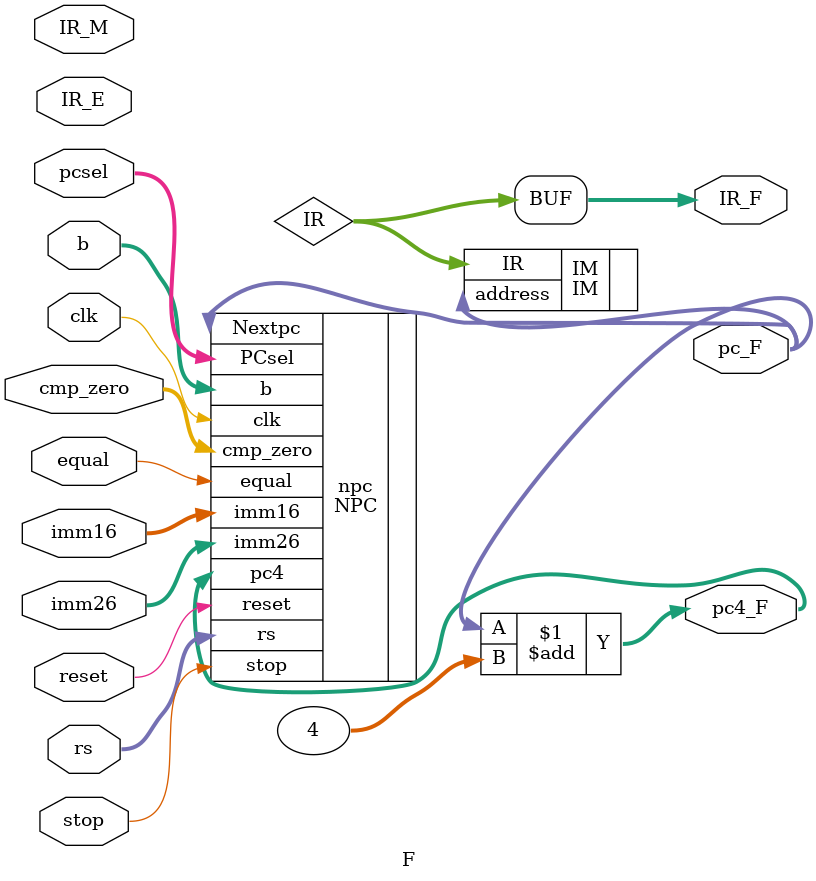
<source format=v>
`timescale 1ns / 1ps
module F(
	input clk,
	input reset,
	input stop,
	input [31:0]IR_E,
	input [31:0]IR_M,
	input [15:0]imm16,
	input [25:0]imm26,
	input [31:0]rs,
	input [2:0]pcsel,
	input equal,
	input [2:0] b,
	input [1:0] cmp_zero,
	output [31:0]pc_F,
	output [31:0]pc4_F,
	output [31:0]IR_F
    );
    
	wire [31:0]IR;
      
	assign pc4_F = pc_F+4;
	
IM IM(
    .address(pc_F),
    .IR(IR)
    );
  
NPC npc(
    .pc4(pc4_F),
    .rs(rs),
    .PCsel(pcsel),
    .imm16(imm16),
    .imm26(imm26),
    .b(b),
	 .cmp_zero(cmp_zero),
    .stop(stop),
    .clk(clk),
    .reset(reset),
    .equal(equal),
    .Nextpc(pc_F)
    );
    
    assign IR_F = IR;
    
endmodule

</source>
